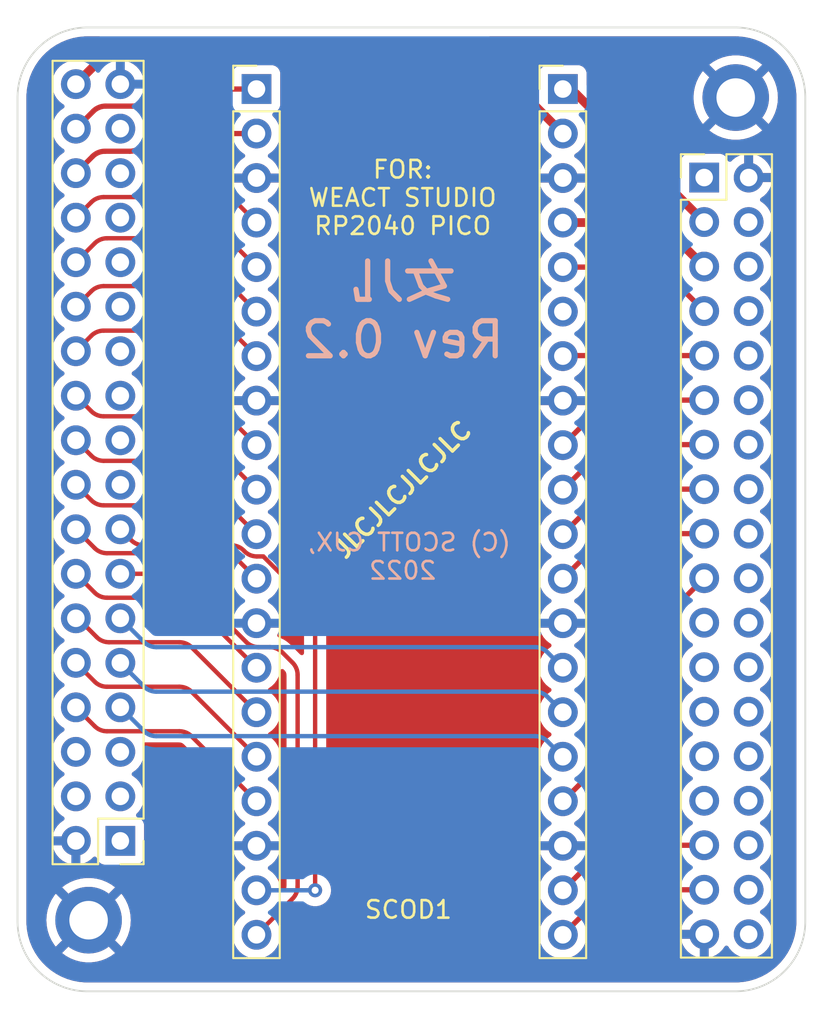
<source format=kicad_pcb>
(kicad_pcb (version 20211014) (generator pcbnew)
  (layers (0 "F.Cu" signal) (31 "B.Cu" signal) (34 "B.Paste" user) (35 "F.Paste" user) (36 "B.SilkS" user "B.Silkscreen") (37 "F.SilkS" user "F.Silkscreen") (38 "B.Mask" user) (39 "F.Mask" user) (44 "Edge.Cuts" user))
  (net 0 "")
  (net 2 "GND")
  (net 3 "IO 0")
  (net 4 "IO 1")
  (net 5 "IO 2")
  (net 6 "IO 3")
  (net 7 "IO 4")
  (net 8 "IO 5")
  (net 9 "IO 6")
  (net 10 "IO 7")
  (net 11 "IO 8")
  (net 12 "IO 9")
  (net 13 "IO 10")
  (net 14 "IO 11")
  (net 15 "IO 12")
  (net 16 "IO 13")
  (net 17 "IO 14")
  (net 18 "IO 15")
  (net 19 "VBUS")
  (net 20 "VCC")
  (net 21 "+3V3")
  (net 22 "IO 16")
  (net 23 "IO 17")
  (net 24 "IO 18")
  (net 25 "IO 19")
  (net 26 "IO 20")
  (net 27 "IO 21")
  (net 28 "IO 22")
  (net 29 "SCL 0")
  (net 30 "SDA 0")
  (net 31 "IO 23")
  (net 32 "UART0 RX")
  (net 33 "UART0 TX")
  (footprint "Connector_PinHeader_2.54mm:PinHeader_1x20_P2.54mm_Vertical" (layer "F.Cu") (at 212.65 38.1)
    (fp_text reference "J1" hide)
    (fp_text value "Conn_01x20" hide)
    (fp_line (start -1.33 -1.33) (end 0 -1.33) (layer "F.SilkS") (width 0.12))
    (fp_line (start -1.33 1.27) (end 1.33 1.27) (layer "F.SilkS") (width 0.12))
    (fp_line (start -1.33 49.59) (end 1.33 49.59) (layer "F.SilkS") (width 0.12))
    (fp_line (start -1.33 1.27) (end -1.33 49.59) (layer "F.SilkS") (width 0.12))
    (fp_line (start -1.33 0) (end -1.33 -1.33) (layer "F.SilkS") (width 0.12))
    (fp_line (start 1.33 1.27) (end 1.33 49.59) (layer "F.SilkS") (width 0.12))
    (pad "1" thru_hole rect locked (at 0 0) (size 1.7 1.7) (drill 1) (layers *.Cu *.Mask) (net 3 "IO 0"))
    (pad "2" thru_hole oval locked (at 0 2.54) (size 1.7 1.7) (drill 1) (layers *.Cu *.Mask) (net 4 "IO 1"))
    (pad "3" thru_hole oval locked (at 0 5.08) (size 1.7 1.7) (drill 1) (layers *.Cu *.Mask) (net 2 "GND"))
    (pad "4" thru_hole oval locked (at 0 7.62) (size 1.7 1.7) (drill 1) (layers *.Cu *.Mask) (net 5 "IO 2"))
    (pad "5" thru_hole oval locked (at 0 10.16) (size 1.7 1.7) (drill 1) (layers *.Cu *.Mask) (net 6 "IO 3"))
    (pad "6" thru_hole oval locked (at 0 12.7) (size 1.7 1.7) (drill 1) (layers *.Cu *.Mask) (net 7 "IO 4"))
    (pad "7" thru_hole oval locked (at 0 15.24) (size 1.7 1.7) (drill 1) (layers *.Cu *.Mask) (net 8 "IO 5"))
    (pad "8" thru_hole oval locked (at 0 17.78) (size 1.7 1.7) (drill 1) (layers *.Cu *.Mask) (net 2 "GND"))
    (pad "9" thru_hole oval locked (at 0 20.32) (size 1.7 1.7) (drill 1) (layers *.Cu *.Mask) (net 9 "IO 6"))
    (pad "10" thru_hole oval locked (at 0 22.86) (size 1.7 1.7) (drill 1) (layers *.Cu *.Mask) (net 10 "IO 7"))
    (pad "11" thru_hole oval locked (at 0 25.4) (size 1.7 1.7) (drill 1) (layers *.Cu *.Mask) (net 11 "IO 8"))
    (pad "12" thru_hole oval locked (at 0 27.94) (size 1.7 1.7) (drill 1) (layers *.Cu *.Mask) (net 12 "IO 9"))
    (pad "13" thru_hole oval locked (at 0 30.48) (size 1.7 1.7) (drill 1) (layers *.Cu *.Mask) (net 2 "GND"))
    (pad "14" thru_hole oval locked (at 0 33.02) (size 1.7 1.7) (drill 1) (layers *.Cu *.Mask) (net 13 "IO 10"))
    (pad "15" thru_hole oval locked (at 0 35.56) (size 1.7 1.7) (drill 1) (layers *.Cu *.Mask) (net 14 "IO 11"))
    (pad "16" thru_hole oval locked (at 0 38.1) (size 1.7 1.7) (drill 1) (layers *.Cu *.Mask) (net 15 "IO 12"))
    (pad "17" thru_hole oval locked (at 0 40.64) (size 1.7 1.7) (drill 1) (layers *.Cu *.Mask) (net 16 "IO 13"))
    (pad "18" thru_hole oval locked (at 0 43.18) (size 1.7 1.7) (drill 1) (layers *.Cu *.Mask) (net 2 "GND"))
    (pad "19" thru_hole oval locked (at 0 45.72) (size 1.7 1.7) (drill 1) (layers *.Cu *.Mask) (net 17 "IO 14"))
    (pad "20" thru_hole oval locked (at 0 48.26) (size 1.7 1.7) (drill 1) (layers *.Cu *.Mask) (net 18 "IO 15"))
  )
  (footprint "sco_lib:Daughter Rev 0.2" (layer "F.Cu") (at 199 89.673938)
    (fp_text reference "SCOD1" (at 22.325 -4.748938 unlocked) (layer "F.SilkS"))
    (fp_text value "Daughter Rev 0.2")
    (fp_line (start 4.603427 -9.943427) (end 4.603427 -7.343427) (layer "F.SilkS") (width 0.12))
    (fp_line (start 37.893427 -45.253427) (end 37.893427 -2.013427) (layer "F.SilkS") (width 0.12))
    (fp_line (start 43.093427 -47.853427) (end 43.093427 -2.013427) (layer "F.SilkS") (width 0.12))
    (fp_line (start 2.003427 -7.343427) (end 2.003427 -53.183427) (layer "F.SilkS") (width 0.12))
    (fp_line (start 37.893427 -47.853427) (end 39.223427 -47.853427) (layer "F.SilkS") (width 0.12))
    (fp_line (start 37.893427 -45.253427) (end 40.493427 -45.253427) (layer "F.SilkS") (width 0.12))
    (fp_line (start 40.493427 -47.853427) (end 43.093427 -47.853427) (layer "F.SilkS") (width 0.12))
    (fp_line (start 7.203427 -9.943427) (end 7.203427 -53.183427) (layer "F.SilkS") (width 0.12))
    (fp_line (start 37.893427 -46.523427) (end 37.893427 -47.853427) (layer "F.SilkS") (width 0.12))
    (fp_line (start 7.203427 -8.673427) (end 7.203427 -7.343427) (layer "F.SilkS") (width 0.12))
    (fp_line (start 7.203427 -7.343427) (end 5.873427 -7.343427) (layer "F.SilkS") (width 0.12))
    (fp_line (start 4.603427 -7.343427) (end 2.003427 -7.343427) (layer "F.SilkS") (width 0.12))
    (fp_line (start 7.203427 -9.943427) (end 4.603427 -9.943427) (layer "F.SilkS") (width 0.12))
    (fp_line (start 37.893427 -2.013427) (end 43.093427 -2.013427) (layer "F.SilkS") (width 0.12))
    (fp_line (start 40.493427 -45.253427) (end 40.493427 -47.853427) (layer "F.SilkS") (width 0.12))
    (fp_line (start 7.203427 -53.183427) (end 2.003427 -53.183427) (layer "F.SilkS") (width 0.12))
    (fp_poly (pts (arc (start 41 -0.087876) (mid 43.828427 -1.259449) (end 45 -4.087876)) (arc (start 45 -51.087876) (mid 43.828427 -53.916303) (end 41 -55.087876)) (arc (start 4 -55.087876) (mid 1.171573 -53.916303) (end 0 -51.087876)) (arc (start 0 -4.087876) (mid 1.171574 -1.25945) (end 4 -0.087876))) (layer "Edge.Cuts") (width 0.1) (fill none))
    (pad "1" connect circle locked (at 41.024027 -51.087127) (size 3.8 3.8) (layers "F.Cu" "F.Mask") (net 2 "GND"))
    (pad "1" connect circle locked (at 4.059727 -4.147827 270) (size 3.8 3.8) (layers "B.Cu" "B.Mask") (net 2 "GND"))
    (pad "1" connect circle locked (at 4.059727 -4.147827 270) (size 3.8 3.8) (layers "F.Cu" "F.Mask") (net 2 "GND"))
    (pad "1" connect circle locked (at 41.024027 -51.087127) (size 3.8 3.8) (layers "B.Cu" "B.Mask") (net 2 "GND"))
    (pad "1" thru_hole circle locked (at 41.024027 -51.087127) (size 2.6 2.6) (drill 2.2) (layers *.Cu *.Mask))
    (pad "1" thru_hole rect locked (at 39.223427 -46.523427) (size 1.7 1.7) (drill 1) (layers *.Cu *.Mask))
    (pad "1" thru_hole circle locked (at 4.059727 -4.147827 270) (size 2.6 2.6) (drill 2.2) (layers *.Cu *.Mask))
    (pad "1" thru_hole rect locked (at 5.873427 -8.673427 180) (size 1.7 1.7) (drill 1) (layers *.Cu *.Mask))
    (pad "2" thru_hole oval locked (at 41.763427 -46.523427) (size 1.7 1.7) (drill 1) (layers *.Cu *.Mask) (net 2 "GND"))
    (pad "2" thru_hole oval locked (at 3.333427 -8.673427 180) (size 1.7 1.7) (drill 1) (layers *.Cu *.Mask) (net 2 "GND"))
    (pad "3" thru_hole oval locked (at 5.873427 -11.213427 180) (size 1.7 1.7) (drill 1) (layers *.Cu *.Mask))
    (pad "3" thru_hole oval locked (at 39.223427 -43.983427) (size 1.7 1.7) (drill 1) (layers *.Cu *.Mask) (net 19 "VBUS"))
    (pad "4" thru_hole oval locked (at 41.763427 -43.983427) (size 1.7 1.7) (drill 1) (layers *.Cu *.Mask))
    (pad "4" thru_hole oval locked (at 3.333427 -11.213427 180) (size 1.7 1.7) (drill 1) (layers *.Cu *.Mask))
    (pad "5" thru_hole oval locked (at 5.873427 -13.753427 180) (size 1.7 1.7) (drill 1) (layers *.Cu *.Mask))
    (pad "5" thru_hole oval locked (at 39.223427 -41.443427) (size 1.7 1.7) (drill 1) (layers *.Cu *.Mask) (net 21 "+3V3"))
    (pad "6" thru_hole oval locked (at 41.763427 -41.443427) (size 1.7 1.7) (drill 1) (layers *.Cu *.Mask))
    (pad "6" thru_hole oval locked (at 3.333427 -13.753427 180) (size 1.7 1.7) (drill 1) (layers *.Cu *.Mask))
    (pad "7" thru_hole oval locked (at 5.873427 -16.293427 180) (size 1.7 1.7) (drill 1) (layers *.Cu *.Mask) (net 24 "IO 18"))
    (pad "7" thru_hole oval locked (at 39.223427 -38.903427) (size 1.7 1.7) (drill 1) (layers *.Cu *.Mask) (net 26 "IO 20"))
    (pad "8" thru_hole oval locked (at 3.333427 -16.293427 180) (size 1.7 1.7) (drill 1) (layers *.Cu *.Mask) (net 16 "IO 13"))
    (pad "8" thru_hole oval locked (at 41.763427 -38.903427) (size 1.7 1.7) (drill 1) (layers *.Cu *.Mask))
    (pad "9" thru_hole oval locked (at 39.223427 -36.363427) (size 1.7 1.7) (drill 1) (layers *.Cu *.Mask) (net 27 "IO 21"))
    (pad "9" thru_hole oval locked (at 5.873427 -18.833427 180) (size 1.7 1.7) (drill 1) (layers *.Cu *.Mask) (net 23 "IO 17"))
    (pad "10" thru_hole oval locked (at 41.763427 -36.363427) (size 1.7 1.7) (drill 1) (layers *.Cu *.Mask))
    (pad "10" thru_hole oval locked (at 3.333427 -18.833427 180) (size 1.7 1.7) (drill 1) (layers *.Cu *.Mask) (net 15 "IO 12"))
    (pad "11" thru_hole oval locked (at 5.873427 -21.373427 180) (size 1.7 1.7) (drill 1) (layers *.Cu *.Mask) (net 22 "IO 16"))
    (pad "11" thru_hole oval locked (at 39.223427 -33.823427) (size 1.7 1.7) (drill 1) (layers *.Cu *.Mask) (net 28 "IO 22"))
    (pad "12" thru_hole oval locked (at 41.763427 -33.823427) (size 1.7 1.7) (drill 1) (layers *.Cu *.Mask))
    (pad "12" thru_hole oval locked (at 3.333427 -21.373427 180) (size 1.7 1.7) (drill 1) (layers *.Cu *.Mask) (net 14 "IO 11"))
    (pad "13" thru_hole oval locked (at 5.873427 -23.913427 180) (size 1.7 1.7) (drill 1) (layers *.Cu *.Mask) (net 18 "IO 15"))
    (pad "13" thru_hole oval locked (at 39.223427 -31.283427) (size 1.7 1.7) (drill 1) (layers *.Cu *.Mask) (net 29 "SCL 0"))
    (pad "14" thru_hole oval locked (at 41.763427 -31.283427) (size 1.7 1.7) (drill 1) (layers *.Cu *.Mask))
    (pad "14" thru_hole oval locked (at 3.333427 -23.913427 180) (size 1.7 1.7) (drill 1) (layers *.Cu *.Mask) (net 13 "IO 10"))
    (pad "15" thru_hole oval locked (at 39.223427 -28.743427) (size 1.7 1.7) (drill 1) (layers *.Cu *.Mask) (net 30 "SDA 0"))
    (pad "15" thru_hole oval locked (at 5.873427 -26.453427 180) (size 1.7 1.7) (drill 1) (layers *.Cu *.Mask) (net 17 "IO 14"))
    (pad "16" thru_hole oval locked (at 41.763427 -28.743427) (size 1.7 1.7) (drill 1) (layers *.Cu *.Mask))
    (pad "16" thru_hole oval locked (at 3.333427 -26.453427 180) (size 1.7 1.7) (drill 1) (layers *.Cu *.Mask) (net 12 "IO 9"))
    (pad "17" thru_hole oval locked (at 39.223427 -26.203427) (size 1.7 1.7) (drill 1) (layers *.Cu *.Mask) (net 31 "IO 23"))
    (pad "17" thru_hole oval locked (at 5.873427 -28.993427 180) (size 1.7 1.7) (drill 1) (layers *.Cu *.Mask))
    (pad "18" thru_hole oval locked (at 3.333427 -28.993427 180) (size 1.7 1.7) (drill 1) (layers *.Cu *.Mask) (net 11 "IO 8"))
    (pad "18" thru_hole oval locked (at 41.763427 -26.203427) (size 1.7 1.7) (drill 1) (layers *.Cu *.Mask))
    (pad "19" thru_hole oval locked (at 5.873427 -31.533427 180) (size 1.7 1.7) (drill 1) (layers *.Cu *.Mask))
    (pad "19" thru_hole oval locked (at 39.223427 -23.663427) (size 1.7 1.7) (drill 1) (layers *.Cu *.Mask) (net 25 "IO 19"))
    (pad "20" thru_hole oval locked (at 41.763427 -23.663427) (size 1.7 1.7) (drill 1) (layers *.Cu *.Mask))
    (pad "20" thru_hole oval locked (at 3.333427 -31.533427 180) (size 1.7 1.7) (drill 1) (layers *.Cu *.Mask) (net 10 "IO 7"))
    (pad "21" thru_hole oval locked (at 39.223427 -21.123427) (size 1.7 1.7) (drill 1) (layers *.Cu *.Mask))
    (pad "21" thru_hole oval locked (at 5.873427 -34.073427 180) (size 1.7 1.7) (drill 1) (layers *.Cu *.Mask))
    (pad "22" thru_hole oval locked (at 41.763427 -21.123427) (size 1.7 1.7) (drill 1) (layers *.Cu *.Mask))
    (pad "22" thru_hole oval locked (at 3.333427 -34.073427 180) (size 1.7 1.7) (drill 1) (layers *.Cu *.Mask) (net 9 "IO 6"))
    (pad "23" thru_hole oval locked (at 39.223427 -18.583427) (size 1.7 1.7) (drill 1) (layers *.Cu *.Mask))
    (pad "23" thru_hole oval locked (at 5.873427 -36.613427 180) (size 1.7 1.7) (drill 1) (layers *.Cu *.Mask))
    (pad "24" thru_hole oval locked (at 3.333427 -36.613427 180) (size 1.7 1.7) (drill 1) (layers *.Cu *.Mask) (net 8 "IO 5"))
    (pad "24" thru_hole oval locked (at 41.763427 -18.583427) (size 1.7 1.7) (drill 1) (layers *.Cu *.Mask))
    (pad "25" thru_hole oval locked (at 39.223427 -16.043427) (size 1.7 1.7) (drill 1) (layers *.Cu *.Mask))
    (pad "25" thru_hole oval locked (at 5.873427 -39.153427 180) (size 1.7 1.7) (drill 1) (layers *.Cu *.Mask))
    (pad "26" thru_hole oval locked (at 3.333427 -39.153427 180) (size 1.7 1.7) (drill 1) (layers *.Cu *.Mask) (net 7 "IO 4"))
    (pad "26" thru_hole oval locked (at 41.763427 -16.043427) (size 1.7 1.7) (drill 1) (layers *.Cu *.Mask))
    (pad "27" thru_hole oval locked (at 5.873427 -41.693427 180) (size 1.7 1.7) (drill 1) (layers *.Cu *.Mask))
    (pad "27" thru_hole oval locked (at 39.223427 -13.503427) (size 1.7 1.7) (drill 1) (layers *.Cu *.Mask))
    (pad "28" thru_hole oval locked (at 3.333427 -41.693427 180) (size 1.7 1.7) (drill 1) (layers *.Cu *.Mask) (net 6 "IO 3"))
    (pad "28" thru_hole oval locked (at 41.763427 -13.503427) (size 1.7 1.7) (drill 1) (layers *.Cu *.Mask))
    (pad "29" thru_hole oval locked (at 39.223427 -10.963427) (size 1.7 1.7) (drill 1) (layers *.Cu *.Mask))
    (pad "29" thru_hole oval locked (at 5.873427 -44.233427 180) (size 1.7 1.7) (drill 1) (layers *.Cu *.Mask))
    (pad "30" thru_hole oval locked (at 41.763427 -10.963427) (size 1.7 1.7) (drill 1) (layers *.Cu *.Mask))
    (pad "30" thru_hole oval locked (at 3.333427 -44.233427 180) (size 1.7 1.7) (drill 1) (layers *.Cu *.Mask) (net 5 "IO 2"))
    (pad "31" thru_hole oval locked (at 5.873427 -46.773427 180) (size 1.7 1.7) (drill 1) (layers *.Cu *.Mask))
    (pad "31" thru_hole oval locked (at 39.223427 -8.423427) (size 1.7 1.7) (drill 1) (layers *.Cu *.Mask) (net 32 "UART0 RX"))
    (pad "32" thru_hole oval locked (at 41.763427 -8.423427) (size 1.7 1.7) (drill 1) (layers *.Cu *.Mask))
    (pad "32" thru_hole oval locked (at 3.333427 -46.773427 180) (size 1.7 1.7) (drill 1) (layers *.Cu *.Mask) (net 4 "IO 1"))
    (pad "33" thru_hole oval locked (at 39.223427 -5.883427) (size 1.7 1.7) (drill 1) (layers *.Cu *.Mask) (net 33 "UART0 TX"))
    (pad "33" thru_hole oval locked (at 5.873427 -49.313427 180) (size 1.7 1.7) (drill 1) (layers *.Cu *.Mask))
    (pad "34" thru_hole oval locked (at 41.763427 -5.883427) (size 1.7 1.7) (drill 1) (layers *.Cu *.Mask))
    (pad "34" thru_hole oval locked (at 3.333427 -49.313427 180) (size 1.7 1.7) (drill 1) (layers *.Cu *.Mask) (net 3 "IO 0"))
    (pad "35" thru_hole oval locked (at 39.223427 -3.343427) (size 1.7 1.7) (drill 1) (layers *.Cu *.Mask) (net 2 "GND"))
    (pad "35" thru_hole oval locked (at 5.873427 -51.853427 180) (size 1.7 1.7) (drill 1) (layers *.Cu *.Mask) (net 2 "GND"))
    (pad "36" thru_hole oval locked (at 41.763427 -3.343427) (size 1.7 1.7) (drill 1) (layers *.Cu *.Mask))
    (pad "36" thru_hole oval locked (at 3.333427 -51.853427 180) (size 1.7 1.7) (drill 1) (layers *.Cu *.Mask) (net 20 "VCC"))
  )
  (footprint "Connector_PinHeader_2.54mm:PinHeader_1x20_P2.54mm_Vertical" (layer "F.Cu") (at 230.15 38.1)
    (fp_text reference "J2" hide)
    (fp_text value "Conn_01x20" hide)
    (fp_line (start -1.33 0) (end -1.33 -1.33) (layer "F.SilkS") (width 0.12))
    (fp_line (start -1.33 -1.33) (end 0 -1.33) (layer "F.SilkS") (width 0.12))
    (fp_line (start -1.33 1.27) (end 1.33 1.27) (layer "F.SilkS") (width 0.12))
    (fp_line (start -1.33 49.59) (end 1.33 49.59) (layer "F.SilkS") (width 0.12))
    (fp_line (start -1.33 1.27) (end -1.33 49.59) (layer "F.SilkS") (width 0.12))
    (fp_line (start 1.33 1.27) (end 1.33 49.59) (layer "F.SilkS") (width 0.12))
    (pad "1" thru_hole rect locked (at 0 0) (size 1.7 1.7) (drill 1) (layers *.Cu *.Mask) (net 19 "VBUS"))
    (pad "2" thru_hole oval locked (at 0 2.54) (size 1.7 1.7) (drill 1) (layers *.Cu *.Mask) (net 20 "VCC"))
    (pad "3" thru_hole oval locked (at 0 5.08) (size 1.7 1.7) (drill 1) (layers *.Cu *.Mask) (net 2 "GND"))
    (pad "4" thru_hole oval locked (at 0 7.62) (size 1.7 1.7) (drill 1) (layers *.Cu *.Mask) (net 21 "+3V3"))
    (pad "5" thru_hole oval locked (at 0 10.16) (size 1.7 1.7) (drill 1) (layers *.Cu *.Mask) (net 26 "IO 20"))
    (pad "6" thru_hole oval locked (at 0 12.7) (size 1.7 1.7) (drill 1) (layers *.Cu *.Mask))
    (pad "7" thru_hole oval locked (at 0 15.24) (size 1.7 1.7) (drill 1) (layers *.Cu *.Mask) (net 27 "IO 21"))
    (pad "8" thru_hole oval locked (at 0 17.78) (size 1.7 1.7) (drill 1) (layers *.Cu *.Mask) (net 2 "GND"))
    (pad "9" thru_hole oval locked (at 0 20.32) (size 1.7 1.7) (drill 1) (layers *.Cu *.Mask) (net 28 "IO 22"))
    (pad "10" thru_hole oval locked (at 0 22.86) (size 1.7 1.7) (drill 1) (layers *.Cu *.Mask) (net 29 "SCL 0"))
    (pad "11" thru_hole oval locked (at 0 25.4) (size 1.7 1.7) (drill 1) (layers *.Cu *.Mask) (net 30 "SDA 0"))
    (pad "12" thru_hole oval locked (at 0 27.94) (size 1.7 1.7) (drill 1) (layers *.Cu *.Mask) (net 31 "IO 23"))
    (pad "13" thru_hole oval locked (at 0 30.48) (size 1.7 1.7) (drill 1) (layers *.Cu *.Mask) (net 2 "GND"))
    (pad "14" thru_hole oval locked (at 0 33.02) (size 1.7 1.7) (drill 1) (layers *.Cu *.Mask) (net 22 "IO 16"))
    (pad "15" thru_hole oval locked (at 0 35.56) (size 1.7 1.7) (drill 1) (layers *.Cu *.Mask) (net 23 "IO 17"))
    (pad "16" thru_hole oval locked (at 0 38.1) (size 1.7 1.7) (drill 1) (layers *.Cu *.Mask) (net 24 "IO 18"))
    (pad "17" thru_hole oval locked (at 0 40.64) (size 1.7 1.7) (drill 1) (layers *.Cu *.Mask) (net 25 "IO 19"))
    (pad "18" thru_hole oval locked (at 0 43.18) (size 1.7 1.7) (drill 1) (layers *.Cu *.Mask) (net 2 "GND"))
    (pad "19" thru_hole oval locked (at 0 45.72) (size 1.7 1.7) (drill 1) (layers *.Cu *.Mask) (net 32 "UART0 RX"))
    (pad "20" thru_hole oval locked (at 0 48.26) (size 1.7 1.7) (drill 1) (layers *.Cu *.Mask) (net 33 "UART0 TX"))
  )
  (gr_text "(C) SCOTT CJX, \n2022" (at 221 64.77) (layer "B.SilkS") (effects (font (size 1 1)) (justify mirror)))
  (gr_text "女儿\nRev 0.2" (at 221 50.8) (layer "B.SilkS") (effects (font (size 2 2) (thickness 0.3)) (justify mirror)))
  (gr_text "FOR:\nWEACT STUDIO\nRP2040 PICO" (at 221 44.3) (layer "F.SilkS") (effects (font (size 1 1))))
  (gr_text "JLCJLCJLCJLC" (at 221 60.96 45) (layer "F.SilkS") (effects (font (size 1 1) (thickness 0.2))))
  (segment locked (start 205.560786 39.075) (end 204.033152 39.075) (width 0.3) (layer "F.Cu") (net 3))
  (segment locked (start 203.326045 39.367893) (end 202.333427 40.360511) (width 0.3) (layer "F.Cu") (net 3))
  (segment locked (start 212.65 38.1) (end 207.364214 38.1) (width 0.3) (layer "F.Cu") (net 3))
  (segment locked (start 206.657107 38.392893) (end 206.267893 38.782107) (width 0.3) (layer "F.Cu") (net 3))
  (arc locked (start 203.326045 39.367893) (mid 203.650468 39.15112) (end 204.033152 39.075) (width 0.3) (layer "F.Cu") (net 3))
  (arc locked (start 205.560786 39.075) (mid 205.943469 38.99888) (end 206.267893 38.782107) (width 0.3) (layer "F.Cu") (net 3))
  (arc locked (start 207.364214 38.1) (mid 206.981531 38.17612) (end 206.657107 38.392893) (width 0.3) (layer "F.Cu") (net 3))
  (segment locked (start 203.291045 41.942893) (end 202.333427 42.900511) (width 0.3) (layer "F.Cu") (net 4))
  (segment locked (start 205.410786 41.65) (end 203.998152 41.65) (width 0.3) (layer "F.Cu") (net 4))
  (segment locked (start 212.65 40.64) (end 207.249214 40.64) (width 0.3) (layer "F.Cu") (net 4))
  (segment locked (start 206.542107 40.932893) (end 206.117893 41.357107) (width 0.3) (layer "F.Cu") (net 4))
  (arc locked (start 206.542107 40.932893) (mid 206.86653 40.71612) (end 207.249214 40.64) (width 0.3) (layer "F.Cu") (net 4))
  (arc locked (start 203.291045 41.942893) (mid 203.615468 41.72612) (end 203.998152 41.65) (width 0.3) (layer "F.Cu") (net 4))
  (arc locked (start 205.410786 41.65) (mid 205.793469 41.57388) (end 206.117893 41.357107) (width 0.3) (layer "F.Cu") (net 4))
  (segment locked (start 212.65 45.72) (end 211.488893 44.558893) (width 0.25) (layer "F.Cu") (net 5))
  (segment locked (start 210.781786 44.266) (end 203.922152 44.266) (width 0.25) (layer "F.Cu") (net 5))
  (segment locked (start 203.215045 44.558893) (end 202.333427 45.440511) (width 0.25) (layer "F.Cu") (net 5))
  (arc locked (start 210.781786 44.266) (mid 211.164469 44.34212) (end 211.488893 44.558893) (width 0.25) (layer "F.Cu") (net 5))
  (arc locked (start 203.922152 44.266) (mid 203.539469 44.34212) (end 203.215045 44.558893) (width 0.25) (layer "F.Cu") (net 5))
  (segment locked (start 212.65 48.26) (end 211.297915 46.907915) (width 0.25) (layer "F.Cu") (net 6))
  (segment locked (start 210.590808 46.615022) (end 204.11313 46.615022) (width 0.25) (layer "F.Cu") (net 6))
  (segment locked (start 203.406023 46.907915) (end 202.333427 47.980511) (width 0.25) (layer "F.Cu") (net 6))
  (arc locked (start 204.11313 46.615022) (mid 203.730447 46.691142) (end 203.406023 46.907915) (width 0.25) (layer "F.Cu") (net 6))
  (arc locked (start 210.590808 46.615022) (mid 210.973491 46.691142) (end 211.297915 46.907915) (width 0.25) (layer "F.Cu") (net 6))
  (segment locked (start 203.215045 49.638893) (end 202.333427 50.520511) (width 0.25) (layer "F.Cu") (net 7))
  (segment locked (start 212.65 50.8) (end 211.488893 49.638893) (width 0.25) (layer "F.Cu") (net 7))
  (segment locked (start 210.781786 49.346) (end 203.922152 49.346) (width 0.25) (layer "F.Cu") (net 7))
  (arc locked (start 210.781786 49.346) (mid 211.164469 49.42212) (end 211.488893 49.638893) (width 0.25) (layer "F.Cu") (net 7))
  (arc locked (start 203.922152 49.346) (mid 203.539469 49.42212) (end 203.215045 49.638893) (width 0.25) (layer "F.Cu") (net 7))
  (segment locked (start 212.65 53.34) (end 211.488893 52.178893) (width 0.25) (layer "F.Cu") (net 8))
  (segment locked (start 203.215045 52.178893) (end 202.333427 53.060511) (width 0.25) (layer "F.Cu") (net 8))
  (segment locked (start 210.781786 51.886) (end 203.922152 51.886) (width 0.25) (layer "F.Cu") (net 8))
  (arc locked (start 203.922152 51.886) (mid 203.539469 51.96212) (end 203.215045 52.178893) (width 0.25) (layer "F.Cu") (net 8))
  (arc locked (start 210.781786 51.886) (mid 211.164469 51.96212) (end 211.488893 52.178893) (width 0.25) (layer "F.Cu") (net 8))
  (segment locked (start 203.215045 56.482129) (end 202.333427 55.600511) (width 0.25) (layer "F.Cu") (net 9))
  (segment locked (start 212.65 58.42) (end 211.297915 57.067915) (width 0.25) (layer "F.Cu") (net 9))
  (segment locked (start 210.590808 56.775022) (end 203.922152 56.775022) (width 0.25) (layer "F.Cu") (net 9))
  (arc locked (start 203.215045 56.482129) (mid 203.539468 56.698902) (end 203.922152 56.775022) (width 0.25) (layer "F.Cu") (net 9))
  (arc locked (start 211.297915 57.067915) (mid 210.973492 56.851142) (end 210.590808 56.775022) (width 0.25) (layer "F.Cu") (net 9))
  (segment locked (start 210.590808 59.315022) (end 203.922152 59.315022) (width 0.25) (layer "F.Cu") (net 10))
  (segment locked (start 212.65 60.96) (end 211.297915 59.607915) (width 0.25) (layer "F.Cu") (net 10))
  (segment locked (start 203.215045 59.022129) (end 202.333427 58.140511) (width 0.25) (layer "F.Cu") (net 10))
  (arc locked (start 211.297915 59.607915) (mid 210.973492 59.391142) (end 210.590808 59.315022) (width 0.25) (layer "F.Cu") (net 10))
  (arc locked (start 203.922152 59.315022) (mid 203.539469 59.238902) (end 203.215045 59.022129) (width 0.25) (layer "F.Cu") (net 10))
  (segment locked (start 203.215045 61.562129) (end 202.333427 60.680511) (width 0.25) (layer "F.Cu") (net 11))
  (segment locked (start 212.65 63.5) (end 211.297915 62.147915) (width 0.25) (layer "F.Cu") (net 11))
  (segment locked (start 210.590808 61.855022) (end 203.922152 61.855022) (width 0.25) (layer "F.Cu") (net 11))
  (arc locked (start 211.297915 62.147915) (mid 210.973492 61.931142) (end 210.590808 61.855022) (width 0.25) (layer "F.Cu") (net 11))
  (arc locked (start 203.215045 61.562129) (mid 203.539468 61.778902) (end 203.922152 61.855022) (width 0.25) (layer "F.Cu") (net 11))
  (segment locked (start 212.65 66.04) (end 211.488893 64.878893) (width 0.25) (layer "F.Cu") (net 12))
  (segment locked (start 210.781786 64.586) (end 204.11313 64.586) (width 0.25) (layer "F.Cu") (net 12))
  (segment locked (start 203.406023 64.293107) (end 202.333427 63.220511) (width 0.25) (layer "F.Cu") (net 12))
  (arc locked (start 211.488893 64.878893) (mid 211.16447 64.66212) (end 210.781786 64.586) (width 0.25) (layer "F.Cu") (net 12))
  (arc locked (start 203.406023 64.293107) (mid 203.730446 64.50988) (end 204.11313 64.586) (width 0.25) (layer "F.Cu") (net 12))
  (segment locked (start 208.241786 67.126) (end 204.11313 67.126) (width 0.25) (layer "F.Cu") (net 13))
  (segment locked (start 203.406023 66.833107) (end 202.333427 65.760511) (width 0.25) (layer "F.Cu") (net 13))
  (segment locked (start 212.65 71.12) (end 208.948893 67.418893) (width 0.25) (layer "F.Cu") (net 13))
  (arc locked (start 208.241786 67.126) (mid 208.624469 67.20212) (end 208.948893 67.418893) (width 0.25) (layer "F.Cu") (net 13))
  (arc locked (start 203.406023 66.833107) (mid 203.730446 67.04988) (end 204.11313 67.126) (width 0.25) (layer "F.Cu") (net 13))
  (segment locked (start 202.450511 68.300511) (end 203.523107 69.373107) (width 0.25) (layer "F.Cu") (net 14))
  (segment locked (start 208.948893 69.958893) (end 212.65 73.66) (width 0.25) (layer "F.Cu") (net 14))
  (segment locked (start 204.230214 69.666) (end 208.241786 69.666) (width 0.25) (layer "F.Cu") (net 14))
  (segment locked (start 202.333427 68.300511) (end 202.450511 68.300511) (width 0.25) (layer "F.Cu") (net 14))
  (arc locked (start 208.948893 69.958893) (mid 208.62447 69.74212) (end 208.241786 69.666) (width 0.25) (layer "F.Cu") (net 14))
  (arc locked (start 203.523107 69.373107) (mid 203.84753 69.58988) (end 204.230214 69.666) (width 0.25) (layer "F.Cu") (net 14))
  (segment locked (start 212.65 76.2) (end 208.948893 72.498893) (width 0.25) (layer "F.Cu") (net 15))
  (segment locked (start 203.406023 71.913107) (end 202.333427 70.840511) (width 0.25) (layer "F.Cu") (net 15))
  (segment locked (start 208.241786 72.206) (end 204.11313 72.206) (width 0.25) (layer "F.Cu") (net 15))
  (arc locked (start 208.241786 72.206) (mid 208.624469 72.28212) (end 208.948893 72.498893) (width 0.25) (layer "F.Cu") (net 15))
  (arc locked (start 204.11313 72.206) (mid 203.730447 72.12988) (end 203.406023 71.913107) (width 0.25) (layer "F.Cu") (net 15))
  (segment locked (start 212.65 78.74) (end 208.948893 75.038893) (width 0.25) (layer "F.Cu") (net 16))
  (segment locked (start 208.241786 74.746) (end 204.11313 74.746) (width 0.25) (layer "F.Cu") (net 16))
  (segment locked (start 203.406023 74.453107) (end 202.333427 73.380511) (width 0.25) (layer "F.Cu") (net 16))
  (arc locked (start 208.241786 74.746) (mid 208.624469 74.82212) (end 208.948893 75.038893) (width 0.25) (layer "F.Cu") (net 16))
  (arc locked (start 204.11313 74.746) (mid 203.730447 74.66988) (end 203.406023 74.453107) (width 0.25) (layer "F.Cu") (net 16))
  (segment locked (start 216 68.143204) (end 216 72.39) (width 0.25) (layer "F.Cu") (net 17))
  (segment locked (start 204.873427 63.220511) (end 205.496503 63.843587) (width 0.25) (layer "F.Cu") (net 17))
  (segment locked (start 207 64.13648) (end 211.211256 64.13648) (width 0.25) (layer "F.Cu") (net 17))
  (segment locked (start 212.673204 64.77) (end 213.04101 64.77) (width 0.25) (layer "F.Cu") (net 17))
  (segment locked (start 211.918363 64.429373) (end 211.966097 64.477107) (width 0.25) (layer "F.Cu") (net 17))
  (segment locked (start 216 72.39) (end 216 83.82) (width 0.25) (layer "F.Cu") (net 17))
  (segment locked (start 206.20361 64.13648) (end 207 64.13648) (width 0.25) (layer "F.Cu") (net 17))
  (segment locked (start 213.04101 64.77) (end 215.707107 67.436097) (width 0.25) (layer "F.Cu") (net 17))
  (via locked (at 216 83.82) (size 0.8) (drill 0.4) (layers "F.Cu" "B.Cu") (net 17))
  (arc locked (start 206.20361 64.13648) (mid 205.820927 64.06036) (end 205.496503 63.843587) (width 0.25) (layer "F.Cu") (net 17))
  (arc locked (start 216 68.143204) (mid 215.92388 67.760521) (end 215.707107 67.436097) (width 0.25) (layer "F.Cu") (net 17))
  (arc locked (start 211.966097 64.477107) (mid 212.29052 64.69388) (end 212.673204 64.77) (width 0.25) (layer "F.Cu") (net 17))
  (arc locked (start 211.918363 64.429373) (mid 211.59394 64.2126) (end 211.211256 64.13648) (width 0.25) (layer "F.Cu") (net 17))
  (segment locked (start 216 83.82) (end 212.65 83.82) (width 0.25) (layer "B.Cu") (net 17))
  (segment locked (start 212.768693 69.945489) (end 213.411275 69.945489) (width 0.25) (layer "F.Cu") (net 18))
  (segment locked (start 214.707107 84.302893) (end 212.65 86.36) (width 0.25) (layer "F.Cu") (net 18))
  (segment locked (start 215 71.534214) (end 215 83.595786) (width 0.25) (layer "F.Cu") (net 18))
  (segment locked (start 208.462394 66.053404) (end 212.061586 69.652596) (width 0.25) (layer "F.Cu") (net 18))
  (segment locked (start 214.118382 70.238382) (end 214.707107 70.827107) (width 0.25) (layer "F.Cu") (net 18))
  (segment locked (start 204.873427 65.760511) (end 207.755287 65.760511) (width 0.25) (layer "F.Cu") (net 18))
  (arc locked (start 207.755287 65.760511) (mid 208.13797 65.836631) (end 208.462394 66.053404) (width 0.25) (layer "F.Cu") (net 18))
  (arc locked (start 212.768693 69.945489) (mid 212.38601 69.869369) (end 212.061586 69.652596) (width 0.25) (layer "F.Cu") (net 18))
  (arc locked (start 214.707107 70.827107) (mid 214.92388 71.15153) (end 215 71.534214) (width 0.25) (layer "F.Cu") (net 18))
  (arc locked (start 214.707107 84.302893) (mid 214.92388 83.97847) (end 215 83.595786) (width 0.25) (layer "F.Cu") (net 18))
  (arc locked (start 213.411275 69.945489) (mid 213.793958 70.021609) (end 214.118382 70.238382) (width 0.25) (layer "F.Cu") (net 18))
  (segment locked (start 230.15 38.1) (end 230.218702 38.1) (width 0.5) (layer "F.Cu") (net 19))
  (segment locked (start 230.925809 38.392893) (end 238.223427 45.690511) (width 0.5) (layer "F.Cu") (net 19))
  (arc locked (start 230.218702 38.1) (mid 230.601385 38.17612) (end 230.925809 38.392893) (width 0.5) (layer "F.Cu") (net 19))
  (segment locked (start 225.362893 35.852893) (end 230.15 40.64) (width 0.5) (layer "F.Cu") (net 20))
  (segment locked (start 202.333427 37.820511) (end 204.301045 35.852893) (width 0.5) (layer "F.Cu") (net 20))
  (segment locked (start 205.008152 35.56) (end 224.655786 35.56) (width 0.5) (layer "F.Cu") (net 20))
  (arc locked (start 225.362893 35.852893) (mid 225.03847 35.63612) (end 224.655786 35.56) (width 0.5) (layer "F.Cu") (net 20))
  (arc locked (start 204.301045 35.852893) (mid 204.625468 35.63612) (end 205.008152 35.56) (width 0.5) (layer "F.Cu") (net 20))
  (segment locked (start 236.005809 46.012893) (end 238.223427 48.230511) (width 0.5) (layer "F.Cu") (net 21))
  (segment locked (start 230.15 45.72) (end 235.298702 45.72) (width 0.5) (layer "F.Cu") (net 21))
  (arc locked (start 236.005809 46.012893) (mid 235.681386 45.79612) (end 235.298702 45.72) (width 0.5) (layer "F.Cu") (net 21))
  (segment locked (start 228.561275 69.945489) (end 206.932619 69.945489) (width 0.25) (layer "B.Cu") (net 22))
  (segment locked (start 230.15 71.12) (end 229.268382 70.238382) (width 0.25) (layer "B.Cu") (net 22))
  (segment locked (start 206.225512 69.652596) (end 204.873427 68.300511) (width 0.25) (layer "B.Cu") (net 22))
  (arc locked (start 206.225512 69.652596) (mid 206.549935 69.869369) (end 206.932619 69.945489) (width 0.25) (layer "B.Cu") (net 22))
  (arc locked (start 229.268382 70.238382) (mid 228.943959 70.021609) (end 228.561275 69.945489) (width 0.25) (layer "B.Cu") (net 22))
  (segment locked (start 230.15 73.66) (end 229.268382 72.778382) (width 0.25) (layer "B.Cu") (net 23))
  (segment locked (start 206.225512 72.192596) (end 204.873427 70.840511) (width 0.25) (layer "B.Cu") (net 23))
  (segment locked (start 228.561275 72.485489) (end 206.932619 72.485489) (width 0.25) (layer "B.Cu") (net 23))
  (arc locked (start 206.932619 72.485489) (mid 206.549936 72.409369) (end 206.225512 72.192596) (width 0.25) (layer "B.Cu") (net 23))
  (arc locked (start 228.561275 72.485489) (mid 228.943958 72.561609) (end 229.268382 72.778382) (width 0.25) (layer "B.Cu") (net 23))
  (segment locked (start 228.561275 75.025489) (end 206.932619 75.025489) (width 0.25) (layer "B.Cu") (net 24))
  (segment locked (start 206.225512 74.732596) (end 204.873427 73.380511) (width 0.25) (layer "B.Cu") (net 24))
  (segment locked (start 230.15 76.2) (end 229.268382 75.318382) (width 0.25) (layer "B.Cu") (net 24))
  (arc locked (start 206.225512 74.732596) (mid 206.549935 74.949369) (end 206.932619 75.025489) (width 0.25) (layer "B.Cu") (net 24))
  (arc locked (start 228.561275 75.025489) (mid 228.943958 75.101609) (end 229.268382 75.318382) (width 0.25) (layer "B.Cu") (net 24))
  (segment locked (start 231.707107 77.182893) (end 230.15 78.74) (width 0.3) (layer "F.Cu") (net 25))
  (segment locked (start 238.223427 66.010511) (end 232.292893 71.941045) (width 0.3) (layer "F.Cu") (net 25))
  (segment locked (start 232 72.648152) (end 232 76.475786) (width 0.3) (layer "F.Cu") (net 25))
  (arc locked (start 232 76.475786) (mid 231.92388 76.858469) (end 231.707107 77.182893) (width 0.3) (layer "F.Cu") (net 25))
  (arc locked (start 232.292893 71.941045) (mid 232.07612 72.265468) (end 232 72.648152) (width 0.3) (layer "F.Cu") (net 25))
  (segment locked (start 230.15 48.26) (end 235.298702 48.26) (width 0.3) (layer "F.Cu") (net 26))
  (segment locked (start 236.005809 48.552893) (end 238.223427 50.770511) (width 0.3) (layer "F.Cu") (net 26))
  (arc locked (start 235.298702 48.26) (mid 235.681385 48.33612) (end 236.005809 48.552893) (width 0.3) (layer "F.Cu") (net 26))
  (segment locked (start 230.179489 53.310511) (end 230.15 53.34) (width 0.3) (layer "F.Cu") (net 27))
  (segment locked (start 238.223427 53.310511) (end 230.179489 53.310511) (width 0.3) (layer "F.Cu") (net 27))
  (segment locked (start 233.133703 55.850511) (end 238.223427 55.850511) (width 0.3) (layer "F.Cu") (net 28))
  (segment locked (start 230.15 58.42) (end 232.426596 56.143404) (width 0.3) (layer "F.Cu") (net 28))
  (arc locked (start 233.133703 55.850511) (mid 232.75102 55.926631) (end 232.426596 56.143404) (width 0.3) (layer "F.Cu") (net 28))
  (segment locked (start 233.133703 58.390511) (end 238.223427 58.390511) (width 0.3) (layer "F.Cu") (net 29))
  (segment locked (start 230.15 60.96) (end 232.426596 58.683404) (width 0.3) (layer "F.Cu") (net 29))
  (arc locked (start 233.133703 58.390511) (mid 232.75102 58.466631) (end 232.426596 58.683404) (width 0.3) (layer "F.Cu") (net 29))
  (segment locked (start 232.426596 61.223404) (end 230.15 63.5) (width 0.3) (layer "F.Cu") (net 30))
  (segment locked (start 238.223427 60.930511) (end 233.133703 60.930511) (width 0.3) (layer "F.Cu") (net 30))
  (arc locked (start 232.426596 61.223404) (mid 232.751019 61.006631) (end 233.133703 60.930511) (width 0.3) (layer "F.Cu") (net 30))
  (segment locked (start 238.223427 63.470511) (end 233.133703 63.470511) (width 0.3) (layer "F.Cu") (net 31))
  (segment locked (start 232.426596 63.763404) (end 230.15 66.04) (width 0.3) (layer "F.Cu") (net 31))
  (arc locked (start 232.426596 63.763404) (mid 232.751019 63.546631) (end 233.133703 63.470511) (width 0.3) (layer "F.Cu") (net 31))
  (segment locked (start 238.223427 81.250511) (end 233.133703 81.250511) (width 0.3) (layer "F.Cu") (net 32))
  (segment locked (start 232.426596 81.543404) (end 230.15 83.82) (width 0.3) (layer "F.Cu") (net 32))
  (arc locked (start 232.426596 81.543404) (mid 232.751019 81.326631) (end 233.133703 81.250511) (width 0.3) (layer "F.Cu") (net 32))
  (segment locked (start 233.133703 83.790511) (end 238.223427 83.790511) (width 0.3) (layer "F.Cu") (net 33))
  (segment locked (start 230.15 86.36) (end 232.426596 84.083404) (width 0.3) (layer "F.Cu") (net 33))
  (arc locked (start 232.426596 84.083404) (mid 232.751019 83.866631) (end 233.133703 83.790511) (width 0.3) (layer "F.Cu") (net 33))
  (zone locked (net 2) (net_name "GND") (layers F&B.Cu) (connect_pads (clearance 0.508)) (min_thickness 0.254) (fill yes (thermal_gap 0.508) (thermal_bridge_width 0.508))
    (polygon (pts (xy 246 91.44) (xy 198 91.44) (xy 198 33.02) (xy 246 33.02)))
  )
)
</source>
